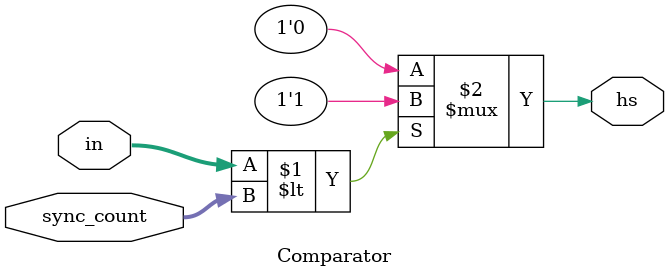
<source format=v>
`timescale 1ns / 1ps


module Comparator(
    input [9:0] in,
    input [9:0] sync_count,
    output hs
    );
    
    assign hs = (in < sync_count) ? 1'b1 : 1'b0;
    
endmodule
</source>
